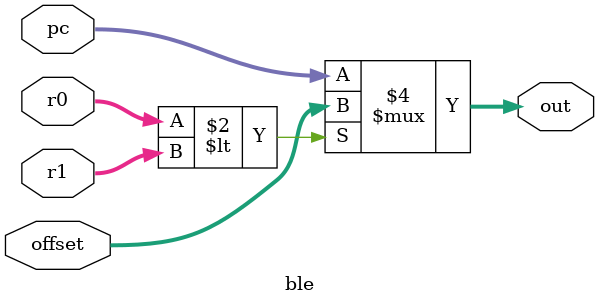
<source format=v>
module ble(
    input [31:0] r0,
    input [31:0] r1,
    input [31:0] offset,
    input [31:0] pc,
    output reg [31:0] out
);

always @* begin
    if(r0 < r1) begin
        out = offset;
    end else begin
        out = pc ;
    end
end


endmodule 
</source>
